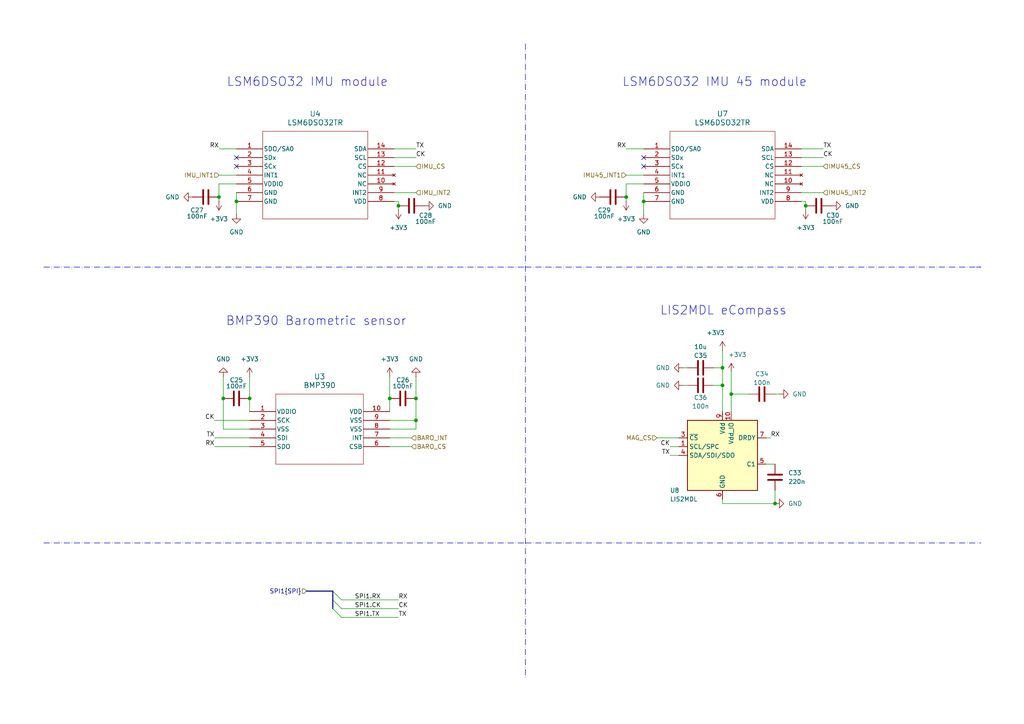
<source format=kicad_sch>
(kicad_sch (version 20250114) (generator "eeschema") (generator_version "9.0")
  (paper "A4")
  (title_block (title "Training Academy Board ") (date "2025-09-11") (rev "1.0") (company "Sapienza Rocket Team"))
  (lib_symbols
    (symbol "2024-10-18_09-38-35:LSM6DSO32TR" (pin_names (offset 0.254))
      (property "Reference" "U" (at 22.86 10.16 0))
      (property "Value" "LSM6DSO32TR" (at 22.86 7.62 0))
      (symbol "LSM6DSO32TR_0_1"
        (polyline (pts (xy 7.62 5.08) (xy 7.62 -20.32)) (stroke (width 0.127)))
        (polyline (pts (xy 7.62 -20.32) (xy 38.1 -20.32)) (stroke (width 0.127)))
        (polyline (pts (xy 38.1 5.08) (xy 7.62 5.08)) (stroke (width 0.127)))
        (polyline (pts (xy 38.1 -20.32) (xy 38.1 5.08)) (stroke (width 0.127)))
        (pin bidirectional line (at 0 0 0) (length 7.62) (name "SDO/SA0") (number "1"))
        (pin unspecified line (at 0 -2.54 0) (length 7.62) (name "SDx") (number "2"))
        (pin unspecified line (at 0 -5.08 0) (length 7.62) (name "SCx") (number "3"))
        (pin output line (at 0 -7.62 0) (length 7.62) (name "INT1") (number "4"))
        (pin power_in line (at 0 -10.16 0) (length 7.62) (name "VDDIO") (number "5"))
        (pin power_out line (at 0 -12.7 0) (length 7.62) (name "GND") (number "6"))
        (pin power_out line (at 0 -15.24 0) (length 7.62) (name "GND") (number "7"))
        (pin bidirectional line (at 45.72 0 180) (length 7.62) (name "SDA") (number "14"))
        (pin input line (at 45.72 -2.54 180) (length 7.62) (name "SCL") (number "13"))
        (pin input line (at 45.72 -5.08 180) (length 7.62) (name "CS") (number "12"))
        (pin no_connect line (at 45.72 -7.62 180) (length 7.62) (name "NC") (number "11"))
        (pin no_connect line (at 45.72 -10.16 180) (length 7.62) (name "NC") (number "10"))
        (pin output line (at 45.72 -12.7 180) (length 7.62) (name "INT2") (number "9"))
        (pin power_in line (at 45.72 -15.24 180) (length 7.62) (name "VDD") (number "8"))
      )
    )
    (symbol "Device:C" (pin_numbers (hide yes)) (pin_names (offset 0.254))
      (property "Reference" "C" (at 0.635 2.54 0))
      (property "Value" "C" (at 0.635 -2.54 0))
      (symbol "C_0_1"
        (polyline (pts (xy -2.032 0.762) (xy 2.032 0.762)) (stroke (width 0.508)))
        (polyline (pts (xy -2.032 -0.762) (xy 2.032 -0.762)) (stroke (width 0.508)))
      )
      (symbol "C_1_1"
        (pin passive line (at 0 3.81 270) (length 2.794) (name "~") (number "1"))
        (pin passive line (at 0 -3.81 90) (length 2.794) (name "~") (number "2"))
      )
    )
    (symbol "Sensor_Magnetic:LIS2MDL"
      (property "Reference" "U" (at -8.89 11.43 0))
      (property "Value" "LIS2MDL" (at 7.62 11.43 0))
      (symbol "LIS2MDL_0_1"
        (rectangle (start -10.16 10.16) (end 10.16 -10.16) (stroke (width 0.254)) (fill (type background)))
      )
      (symbol "LIS2MDL_1_1"
        (pin input line (at -12.7 5.08 0) (length 2.54) (name "~{CS}") (number "3"))
        (pin input line (at -12.7 2.54 0) (length 2.54) (name "SCL/SPC") (number "1"))
        (pin bidirectional line (at -12.7 0 0) (length 2.54) (name "SDA/SDI/SDO") (number "4"))
        (pin no_connect line (at -10.16 -5.08 0) (length 2.54) (hide yes) (name "NC") (number "2"))
        (pin no_connect line (at -10.16 -7.62 0) (length 2.54) (hide yes) (name "NC") (number "11"))
        (pin power_in line (at 0 12.7 270) (length 2.54) (name "Vdd") (number "9"))
        (pin power_in line (at 0 -12.7 90) (length 2.54) (name "GND") (number "6"))
        (pin passive line (at 0 -12.7 90) (length 2.54) (hide yes) (name "GND") (number "8"))
        (pin power_in line (at 2.54 12.7 270) (length 2.54) (name "Vdd_IO") (number "10"))
        (pin no_connect line (at 10.16 -7.62 180) (length 2.54) (hide yes) (name "NC") (number "12"))
        (pin output line (at 12.7 5.08 180) (length 2.54) (name "DRDY") (number "7"))
        (pin power_out line (at 12.7 -2.54 180) (length 2.54) (name "C1") (number "5"))
      )
    )
    (symbol "bmp390:BMP390" (pin_names (offset 0.254))
      (property "Reference" "U" (at 20.32 10.16 0))
      (property "Value" "BMP390" (at 20.32 7.62 0))
      (symbol "BMP390_0_1"
        (polyline (pts (xy 7.62 5.08) (xy 7.62 -15.24)) (stroke (width 0.127)))
        (polyline (pts (xy 7.62 -15.24) (xy 33.02 -15.24)) (stroke (width 0.127)))
        (polyline (pts (xy 33.02 5.08) (xy 7.62 5.08)) (stroke (width 0.127)))
        (polyline (pts (xy 33.02 -15.24) (xy 33.02 5.08)) (stroke (width 0.127)))
        (pin power_in line (at 0 0 0) (length 7.62) (name "VDDIO") (number "1"))
        (pin input line (at 0 -2.54 0) (length 7.62) (name "SCK") (number "2"))
        (pin power_out line (at 0 -5.08 0) (length 7.62) (name "VSS") (number "3"))
        (pin bidirectional line (at 0 -7.62 0) (length 7.62) (name "SDI") (number "4"))
        (pin bidirectional line (at 0 -10.16 0) (length 7.62) (name "SDO") (number "5"))
        (pin power_in line (at 40.64 0 180) (length 7.62) (name "VDD") (number "10"))
        (pin power_out line (at 40.64 -2.54 180) (length 7.62) (name "VSS") (number "9"))
        (pin power_out line (at 40.64 -5.08 180) (length 7.62) (name "VSS") (number "8"))
        (pin input line (at 40.64 -7.62 180) (length 7.62) (name "INT") (number "7"))
        (pin input line (at 40.64 -10.16 180) (length 7.62) (name "CSB") (number "6"))
      )
    )
    (symbol "power:+3.3V" (power) (pin_numbers (hide yes)) (pin_names (offset 0) (hide yes))
      (property "Value" "+3.3V" (at 0 3.556 0))
      (symbol "+3.3V_0_1"
        (polyline (pts (xy -0.762 1.27) (xy 0 2.54)))
        (polyline (pts (xy 0 2.54) (xy 0.762 1.27)))
        (polyline (pts (xy 0 0) (xy 0 2.54)))
      )
      (symbol "+3.3V_1_1"
        (pin power_in line (at 0 0 90) (length 0) (name "~") (number "1"))
      )
    )
    (symbol "power:+3V3" (power) (pin_numbers (hide yes)) (pin_names (offset 0) (hide yes))
      (property "Value" "+3V3" (at 0 3.556 0))
      (symbol "+3V3_0_1"
        (polyline (pts (xy -0.762 1.27) (xy 0 2.54)))
        (polyline (pts (xy 0 2.54) (xy 0.762 1.27)))
        (polyline (pts (xy 0 0) (xy 0 2.54)))
      )
      (symbol "+3V3_1_1"
        (pin power_in line (at 0 0 90) (length 0) (name "~") (number "1"))
      )
    )
    (symbol "power:GND" (power) (pin_numbers (hide yes)) (pin_names (offset 0) (hide yes))
      (property "Value" "GND" (at 0 -3.81 0))
      (symbol "GND_0_1"
        (polyline (pts (xy 0 0) (xy 0 -1.27) (xy 1.27 -1.27) (xy 0 -2.54) (xy -1.27 -1.27) (xy 0 -1.27)))
      )
      (symbol "GND_1_1"
        (pin power_in line (at 0 0 270) (length 0) (name "~") (number "1"))
      )
    )
  )
  (text "LIS2MDL eCompass" (at 209.804 90.17 0) (effects (font (size 2.54 2.54))))
  (text "LSM6DSO32 IMU module" (at 89.154 23.876 0) (effects (font (size 2.54 2.54))))
  (text "LSM6DSO32 IMU 45 module" (at 207.264 23.876 0) (effects (font (size 2.54 2.54))))
  (text "BMP390 Barometric sensor" (at 91.694 93.218 0) (effects (font (size 2.54 2.54))))
  (junction (at 209.55 111.76))
  (junction (at 113.03 115.57))
  (junction (at 68.58 58.42))
  (junction (at 209.55 106.68))
  (junction (at 72.39 115.57))
  (junction (at 233.68 59.69))
  (junction (at 120.65 115.57))
  (junction (at 186.69 58.42))
  (junction (at 64.77 115.57))
  (junction (at 212.09 114.3))
  (junction (at 63.5 57.15))
  (junction (at 120.65 121.92))
  (junction (at 224.79 146.05))
  (junction (at 181.61 57.15))
  (junction (at 115.57 59.69))
  (no_connect (at 186.69 48.26))
  (no_connect (at 68.58 48.26))
  (no_connect (at 68.58 45.72))
  (no_connect (at 186.69 45.72))
  (bus_entry (at 96.52 171.45) (size 2.54 2.54))
  (bus_entry (at 96.52 176.53) (size 2.54 2.54))
  (bus_entry (at 96.52 173.99) (size 2.54 2.54))
  (wire (pts (xy 120.65 55.88) (xy 114.3 55.88)))
  (wire (pts (xy 194.31 132.08) (xy 196.85 132.08)))
  (wire (pts (xy 68.58 55.88) (xy 68.58 58.42)))
  (wire (pts (xy 99.06 173.99) (xy 115.57 173.99)))
  (wire (pts (xy 198.12 111.76) (xy 199.39 111.76)))
  (wire (pts (xy 120.65 45.72) (xy 114.3 45.72)))
  (wire (pts (xy 120.65 48.26) (xy 114.3 48.26)))
  (wire (pts (xy 120.65 115.57) (xy 120.65 121.92)))
  (wire (pts (xy 212.09 114.3) (xy 212.09 119.38)))
  (wire (pts (xy 209.55 106.68) (xy 207.01 106.68)))
  (polyline (pts (xy 12.7 77.47) (xy 152.4 77.47)) (stroke (width 0) (type dash_dot)))
  (wire (pts (xy 115.57 58.42) (xy 114.3 58.42)))
  (wire (pts (xy 62.23 121.92) (xy 72.39 121.92)))
  (wire (pts (xy 209.55 146.05) (xy 224.79 146.05)))
  (wire (pts (xy 113.03 109.22) (xy 113.03 115.57)))
  (bus (pts (xy 96.52 173.99) (xy 96.52 176.53)))
  (wire (pts (xy 209.55 106.68) (xy 209.55 111.76)))
  (wire (pts (xy 212.09 114.3) (xy 217.17 114.3)))
  (wire (pts (xy 209.55 101.6) (xy 209.55 106.68)))
  (wire (pts (xy 207.01 111.76) (xy 209.55 111.76)))
  (wire (pts (xy 238.76 48.26) (xy 232.41 48.26)))
  (wire (pts (xy 72.39 124.46) (xy 64.77 124.46)))
  (wire (pts (xy 64.77 124.46) (xy 64.77 115.57)))
  (wire (pts (xy 181.61 53.34) (xy 181.61 57.15)))
  (wire (pts (xy 212.09 107.95) (xy 212.09 114.3)))
  (wire (pts (xy 233.68 59.69) (xy 233.68 58.42)))
  (wire (pts (xy 113.03 124.46) (xy 120.65 124.46)))
  (wire (pts (xy 72.39 109.22) (xy 72.39 115.57)))
  (polyline (pts (xy 12.7 157.48) (xy 152.4 157.48)) (stroke (width 0) (type dash_dot)))
  (wire (pts (xy 115.57 60.96) (xy 115.57 59.69)))
  (wire (pts (xy 222.25 134.62) (xy 224.79 134.62)))
  (wire (pts (xy 62.23 129.54) (xy 72.39 129.54)))
  (wire (pts (xy 63.5 50.8) (xy 68.58 50.8)))
  (wire (pts (xy 113.03 115.57) (xy 113.03 119.38)))
  (wire (pts (xy 120.65 43.18) (xy 114.3 43.18)))
  (wire (pts (xy 233.68 60.96) (xy 233.68 59.69)))
  (wire (pts (xy 190.5 127) (xy 196.85 127)))
  (wire (pts (xy 115.57 59.69) (xy 115.57 58.42)))
  (wire (pts (xy 186.69 55.88) (xy 186.69 58.42)))
  (polyline (pts (xy 152.4 12.7) (xy 152.4 196.85)) (stroke (width 0) (type dash_dot)))
  (wire (pts (xy 72.39 115.57) (xy 72.39 119.38)))
  (wire (pts (xy 181.61 43.18) (xy 186.69 43.18)))
  (bus (pts (xy 96.52 171.45) (xy 96.52 173.99)))
  (wire (pts (xy 62.23 127) (xy 72.39 127)))
  (wire (pts (xy 181.61 57.15) (xy 181.61 58.42)))
  (wire (pts (xy 120.65 121.92) (xy 120.65 124.46)))
  (wire (pts (xy 64.77 115.57) (xy 64.77 109.22)))
  (wire (pts (xy 224.79 146.05) (xy 224.79 142.24)))
  (wire (pts (xy 99.06 179.07) (xy 115.57 179.07)))
  (wire (pts (xy 209.55 111.76) (xy 209.55 119.38)))
  (wire (pts (xy 68.58 53.34) (xy 63.5 53.34)))
  (wire (pts (xy 209.55 144.78) (xy 209.55 146.05)))
  (wire (pts (xy 238.76 55.88) (xy 232.41 55.88)))
  (wire (pts (xy 226.06 114.3) (xy 224.79 114.3)))
  (wire (pts (xy 238.76 45.72) (xy 232.41 45.72)))
  (wire (pts (xy 99.06 176.53) (xy 115.57 176.53)))
  (bus (pts (xy 88.9 171.45) (xy 96.52 171.45)))
  (wire (pts (xy 238.76 43.18) (xy 232.41 43.18)))
  (wire (pts (xy 119.38 129.54) (xy 113.03 129.54)))
  (polyline (pts (xy 283.21 77.47) (xy 284.48 77.47)) (stroke (width 0) (type dash_dot)))
  (wire (pts (xy 68.58 58.42) (xy 68.58 62.23)))
  (wire (pts (xy 181.61 50.8) (xy 186.69 50.8)))
  (wire (pts (xy 119.38 127) (xy 113.03 127)))
  (wire (pts (xy 233.68 58.42) (xy 232.41 58.42)))
  (wire (pts (xy 113.03 121.92) (xy 120.65 121.92)))
  (wire (pts (xy 120.65 115.57) (xy 120.65 109.22)))
  (wire (pts (xy 199.39 106.68) (xy 198.12 106.68)))
  (polyline (pts (xy 152.4 157.48) (xy 284.48 157.48)) (stroke (width 0) (type dash_dot)))
  (wire (pts (xy 194.31 129.54) (xy 196.85 129.54)))
  (polyline (pts (xy 152.4 77.47) (xy 284.48 77.47)) (stroke (width 0) (type dash_dot)))
  (wire (pts (xy 63.5 57.15) (xy 63.5 58.42)))
  (wire (pts (xy 63.5 53.34) (xy 63.5 57.15)))
  (wire (pts (xy 63.5 43.18) (xy 68.58 43.18)))
  (wire (pts (xy 222.25 127) (xy 223.52 127)))
  (wire (pts (xy 186.69 58.42) (xy 186.69 62.23)))
  (wire (pts (xy 186.69 53.34) (xy 181.61 53.34)))
  (label "TX" (at 120.65 43.18 0))
  (label "SPI1.TX" (at 102.87 179.07 0))
  (label "TX" (at 238.76 43.18 0))
  (label "CK" (at 238.76 45.72 0))
  (label "RX" (at 115.57 173.99 0))
  (label "RX" (at 62.23 129.54 180))
  (label "CK" (at 120.65 45.72 0))
  (label "CK" (at 115.57 176.53 0))
  (label "TX" (at 115.57 179.07 0))
  (label "TX" (at 62.23 127 180))
  (label "RX" (at 181.61 43.18 180))
  (label "TX" (at 194.31 132.08 180))
  (label "RX" (at 63.5 43.18 180))
  (label "SPI1.RX" (at 102.87 173.99 0))
  (label "RX" (at 223.52 127 0))
  (label "SPI1.CK" (at 102.87 176.53 0))
  (label "CK" (at 194.31 129.54 180))
  (label "CK" (at 62.23 121.92 180))
  (hierarchical_label "IMU45_INT2" (shape input) (at 238.76 55.88 0))
  (hierarchical_label "IMU_INT1" (shape input) (at 63.5 50.8 180))
  (hierarchical_label "BARO_CS" (shape input) (at 119.38 129.54 0))
  (hierarchical_label "IMU45_CS" (shape input) (at 238.76 48.26 0))
  (hierarchical_label "MAG_CS" (shape input) (at 190.5 127 180))
  (hierarchical_label "BARO_INT" (shape input) (at 119.38 127 0))
  (hierarchical_label "IMU45_INT1" (shape input) (at 181.61 50.8 180))
  (hierarchical_label "SPI1{SPI}" (shape input) (at 88.9 171.45 180))
  (hierarchical_label "IMU_CS" (shape input) (at 120.65 48.26 0))
  (hierarchical_label "IMU_INT2" (shape input) (at 120.65 55.88 0))
  (symbol (lib_id "Device:C") (at 224.79 138.43 0) (unit 1)
    (property "Reference" "C33" (at 228.6 137.1599 0) (effects (justify left)))
    (property "Value" "220n" (at 228.6 139.6999 0) (effects (justify left)))
    (property "Footprint" "Capacitor_SMD:C_0603_1608Metric_Pad1.08x0.95mm_HandSolder" (effects (hide yes)))
    (property "Description" "Unpolarized capacitor" (effects (hide yes)))
  )
  (symbol (lib_id "power:GND") (at 241.3 59.69 90) (mirror x) (unit 1)
    (property "Reference" "#PWR075" (effects (hide yes)))
    (property "Value" "GND" (at 245.11 59.6899 90) (effects (justify right)))
    (property "Description" "Power symbol creates a global label with name \"GND\" , ground" (effects (hide yes)))
  )
  (symbol (lib_id "Device:C") (at 237.49 59.69 270) (mirror x) (unit 1)
    (property "Reference" "C30" (at 241.554 62.484 90))
    (property "Value" "100nF" (at 241.554 64.262 90))
    (property "Footprint" "Capacitor_SMD:C_0603_1608Metric_Pad1.08x0.95mm_HandSolder" (effects (hide yes)))
    (property "Description" "Unpolarized capacitor" (effects (hide yes)))
  )
  (symbol (lib_id "power:GND") (at 123.19 59.69 90) (mirror x) (unit 1)
    (property "Reference" "#PWR060" (effects (hide yes)))
    (property "Value" "GND" (at 127 59.6899 90) (effects (justify right)))
    (property "Description" "Power symbol creates a global label with name \"GND\" , ground" (effects (hide yes)))
  )
  (symbol (lib_id "power:+3.3V") (at 63.5 58.42 180) (unit 1)
    (property "Reference" "#PWR030" (effects (hide yes)))
    (property "Value" "+3V3" (at 63.5 63.5 0))
    (property "Description" "Power symbol creates a global label with name \"+3V3\"" (effects (hide yes)))
  )
  (symbol (lib_id "power:+3.3V") (at 181.61 58.42 180) (unit 1)
    (property "Reference" "#PWR051" (effects (hide yes)))
    (property "Value" "+3V3" (at 181.61 63.5 0))
    (property "Description" "Power symbol creates a global label with name \"+3V3\"" (effects (hide yes)))
  )
  (symbol (lib_id "power:+3V3") (at 209.55 101.6 0) (unit 1)
    (property "Reference" "#PWR082" (effects (hide yes)))
    (property "Value" "+3V3" (at 207.518 96.52 0))
    (property "Description" "Power symbol creates a global label with name \"+3V3\"" (effects (hide yes)))
  )
  (symbol (lib_id "Device:C") (at 116.84 115.57 90) (unit 1)
    (property "Reference" "C26" (at 116.84 110.236 90))
    (property "Value" "100nF" (at 116.84 112.014 90))
    (property "Footprint" "Capacitor_SMD:C_0603_1608Metric_Pad1.08x0.95mm_HandSolder" (effects (hide yes)))
    (property "Description" "Unpolarized capacitor" (effects (hide yes)))
  )
  (symbol (lib_id "power:GND") (at 198.12 111.76 270) (unit 1)
    (property "Reference" "#PWR086" (effects (hide yes)))
    (property "Value" "GND" (at 194.31 111.7599 90) (effects (justify right)))
    (property "Description" "Power symbol creates a global label with name \"GND\" , ground" (effects (hide yes)))
  )
  (symbol (lib_id "2024-10-18_09-38-35:LSM6DSO32TR") (at 186.69 43.18 0) (unit 1)
    (property "Reference" "U7" (at 209.55 33.02 0) (effects (font (size 1.524 1.524))))
    (property "Value" "LSM6DSO32TR" (at 209.55 35.56 0) (effects (font (size 1.524 1.524))))
    (property "Footprint" "LSM6DSO32TR:LGA-14L_2P5X3X0P83_STM-M" (effects (hide yes)))
    (property "Datasheet" "LSM6DSO32TR" (effects (hide yes)))
  )
  (symbol (lib_id "Device:C") (at 119.38 59.69 270) (mirror x) (unit 1)
    (property "Reference" "C28" (at 123.444 62.484 90))
    (property "Value" "100nF" (at 123.444 64.262 90))
    (property "Footprint" "Capacitor_SMD:C_0603_1608Metric_Pad1.08x0.95mm_HandSolder" (effects (hide yes)))
    (property "Description" "Unpolarized capacitor" (effects (hide yes)))
  )
  (symbol (lib_id "Device:C") (at 220.98 114.3 90) (unit 1)
    (property "Reference" "C34" (at 220.98 108.458 90))
    (property "Value" "100n" (at 220.98 110.998 90))
    (property "Footprint" "Capacitor_SMD:C_0603_1608Metric_Pad1.08x0.95mm_HandSolder" (effects (hide yes)))
    (property "Description" "Unpolarized capacitor" (effects (hide yes)))
  )
  (symbol (lib_id "Device:C") (at 177.8 57.15 90) (unit 1)
    (property "Reference" "C29" (at 175.26 60.96 90))
    (property "Value" "100nF" (at 175.26 62.738 90))
    (property "Footprint" "Capacitor_SMD:C_0603_1608Metric_Pad1.08x0.95mm_HandSolder" (effects (hide yes)))
    (property "Description" "Unpolarized capacitor" (effects (hide yes)))
  )
  (symbol (lib_id "power:GND") (at 186.69 62.23 0) (unit 1)
    (property "Reference" "#PWR073" (effects (hide yes)))
    (property "Value" "GND" (at 186.69 67.31 0))
    (property "Description" "Power symbol creates a global label with name \"GND\" , ground" (effects (hide yes)))
  )
  (symbol (lib_id "power:GND") (at 226.06 114.3 90) (unit 1)
    (property "Reference" "#PWR084" (effects (hide yes)))
    (property "Value" "GND" (at 229.87 114.2999 90) (effects (justify right)))
    (property "Description" "Power symbol creates a global label with name \"GND\" , ground" (effects (hide yes)))
  )
  (symbol (lib_id "power:GND") (at 173.99 57.15 270) (unit 1)
    (property "Reference" "#PWR072" (effects (hide yes)))
    (property "Value" "GND" (at 170.18 57.1499 90) (effects (justify right)))
    (property "Description" "Power symbol creates a global label with name \"GND\" , ground" (effects (hide yes)))
  )
  (symbol (lib_id "power:+3.3V") (at 113.03 109.22 0) (unit 1)
    (property "Reference" "#PWR027" (effects (hide yes)))
    (property "Value" "+3V3" (at 113.03 104.14 0))
    (property "Description" "Power symbol creates a global label with name \"+3V3\"" (effects (hide yes)))
  )
  (symbol (lib_id "power:+3.3V") (at 115.57 60.96 180) (unit 1)
    (property "Reference" "#PWR031" (effects (hide yes)))
    (property "Value" "+3V3" (at 115.57 66.04 0))
    (property "Description" "Power symbol creates a global label with name \"+3V3\"" (effects (hide yes)))
  )
  (symbol (lib_id "Device:C") (at 68.58 115.57 90) (unit 1)
    (property "Reference" "C25" (at 68.58 110.236 90))
    (property "Value" "100nF" (at 68.58 112.014 90))
    (property "Footprint" "Capacitor_SMD:C_0603_1608Metric_Pad1.08x0.95mm_HandSolder" (effects (hide yes)))
    (property "Description" "Unpolarized capacitor" (effects (hide yes)))
  )
  (symbol (lib_id "bmp390:BMP390") (at 72.39 119.38 0) (unit 1)
    (property "Reference" "U3" (at 92.71 109.22 0) (effects (font (size 1.524 1.524))))
    (property "Value" "BMP390" (at 92.71 111.76 0) (effects (font (size 1.524 1.524))))
    (property "Footprint" "bmp390:10LGA_2X2X0p75_BOS-M" (effects (hide yes)))
    (property "Datasheet" "BMP390" (effects (hide yes)))
  )
  (symbol (lib_id "power:GND") (at 120.65 109.22 180) (unit 1)
    (property "Reference" "#PWR026" (effects (hide yes)))
    (property "Value" "GND" (at 120.65 104.14 0))
    (property "Description" "Power symbol creates a global label with name \"GND\" , ground" (effects (hide yes)))
  )
  (symbol (lib_id "Device:C") (at 203.2 106.68 270) (unit 1)
    (property "Reference" "C35" (at 203.2 103.124 90))
    (property "Value" "10u" (at 203.2 100.584 90))
    (property "Footprint" "Capacitor_SMD:C_0603_1608Metric_Pad1.08x0.95mm_HandSolder" (effects (hide yes)))
    (property "Description" "Unpolarized capacitor" (effects (hide yes)))
  )
  (symbol (lib_id "power:GND") (at 64.77 109.22 180) (unit 1)
    (property "Reference" "#PWR025" (effects (hide yes)))
    (property "Value" "GND" (at 64.77 104.14 0))
    (property "Description" "Power symbol creates a global label with name \"GND\" , ground" (effects (hide yes)))
  )
  (symbol (lib_id "power:GND") (at 224.79 146.05 90) (unit 1)
    (property "Reference" "#PWR076" (effects (hide yes)))
    (property "Value" "GND" (at 228.6 146.0499 90) (effects (justify right)))
    (property "Description" "Power symbol creates a global label with name \"GND\" , ground" (effects (hide yes)))
  )
  (symbol (lib_id "2024-10-18_09-38-35:LSM6DSO32TR") (at 68.58 43.18 0) (unit 1)
    (property "Reference" "U4" (at 91.44 33.02 0) (effects (font (size 1.524 1.524))))
    (property "Value" "LSM6DSO32TR" (at 91.44 35.56 0) (effects (font (size 1.524 1.524))))
    (property "Footprint" "LSM6DSO32TR:LGA-14L_2P5X3X0P83_STM-M" (effects (hide yes)))
    (property "Datasheet" "LSM6DSO32TR" (effects (hide yes)))
  )
  (symbol (lib_id "power:GND") (at 55.88 57.15 270) (unit 1)
    (property "Reference" "#PWR059" (effects (hide yes)))
    (property "Value" "GND" (at 52.07 57.1499 90) (effects (justify right)))
    (property "Description" "Power symbol creates a global label with name \"GND\" , ground" (effects (hide yes)))
  )
  (symbol (lib_id "Device:C") (at 203.2 111.76 90) (unit 1)
    (property "Reference" "C36" (at 203.2 115.316 90))
    (property "Value" "100n" (at 203.2 117.856 90))
    (property "Footprint" "Capacitor_SMD:C_0603_1608Metric_Pad1.08x0.95mm_HandSolder" (effects (hide yes)))
    (property "Description" "Unpolarized capacitor" (effects (hide yes)))
  )
  (symbol (lib_id "power:GND") (at 68.58 62.23 0) (unit 1)
    (property "Reference" "#PWR029" (effects (hide yes)))
    (property "Value" "GND" (at 68.58 67.31 0))
    (property "Description" "Power symbol creates a global label with name \"GND\" , ground" (effects (hide yes)))
  )
  (symbol (lib_id "Device:C") (at 59.69 57.15 90) (unit 1)
    (property "Reference" "C27" (at 57.15 60.96 90))
    (property "Value" "100nF" (at 57.15 62.738 90))
    (property "Footprint" "Capacitor_SMD:C_0603_1608Metric_Pad1.08x0.95mm_HandSolder" (effects (hide yes)))
    (property "Description" "Unpolarized capacitor" (effects (hide yes)))
  )
  (symbol (lib_id "Sensor_Magnetic:LIS2MDL") (at 209.55 132.08 0) (unit 1)
    (property "Reference" "U8" (at 194.31 142.24 0) (effects (justify left)))
    (property "Value" "LIS2MDL" (at 194.31 144.78 0) (effects (justify left)))
    (property "Footprint" "Package_LGA:LGA-12_2x2mm_P0.5mm" (effects (hide yes)))
    (property "Datasheet" "https://www.st.com/resource/en/datasheet/lis2mdl.pdf" (effects (hide yes)))
    (property "Description" "Ultra-low-power, 3-axis digital output magnetometer, LGA-12" (effects (hide yes)))
  )
  (symbol (lib_id "power:+3.3V") (at 233.68 60.96 180) (unit 1)
    (property "Reference" "#PWR074" (effects (hide yes)))
    (property "Value" "+3V3" (at 233.68 66.04 0))
    (property "Description" "Power symbol creates a global label with name \"+3V3\"" (effects (hide yes)))
  )
  (symbol (lib_id "power:GND") (at 198.12 106.68 270) (unit 1)
    (property "Reference" "#PWR085" (effects (hide yes)))
    (property "Value" "GND" (at 194.31 106.6801 90) (effects (justify right)))
    (property "Description" "Power symbol creates a global label with name \"GND\" , ground" (effects (hide yes)))
  )
  (symbol (lib_id "power:+3.3V") (at 72.39 109.22 0) (unit 1)
    (property "Reference" "#PWR028" (effects (hide yes)))
    (property "Value" "+3V3" (at 72.39 104.14 0))
    (property "Description" "Power symbol creates a global label with name \"+3V3\"" (effects (hide yes)))
  )
  (symbol (lib_id "power:+3V3") (at 212.09 107.95 0) (unit 1)
    (property "Reference" "#PWR083" (effects (hide yes)))
    (property "Value" "+3V3" (at 213.868 102.87 0))
    (property "Description" "Power symbol creates a global label with name \"+3V3\"" (effects (hide yes)))
  )
)
</source>
